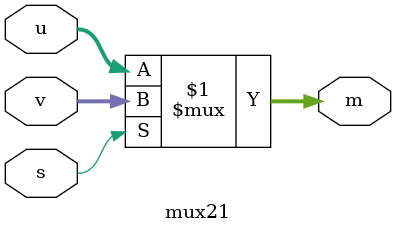
<source format=v>
module mux21 (s, u, v, m);
input s;
input [3:0] u, v;
output [3:0] m;

assign m = s ? v : u;

endmodule
</source>
